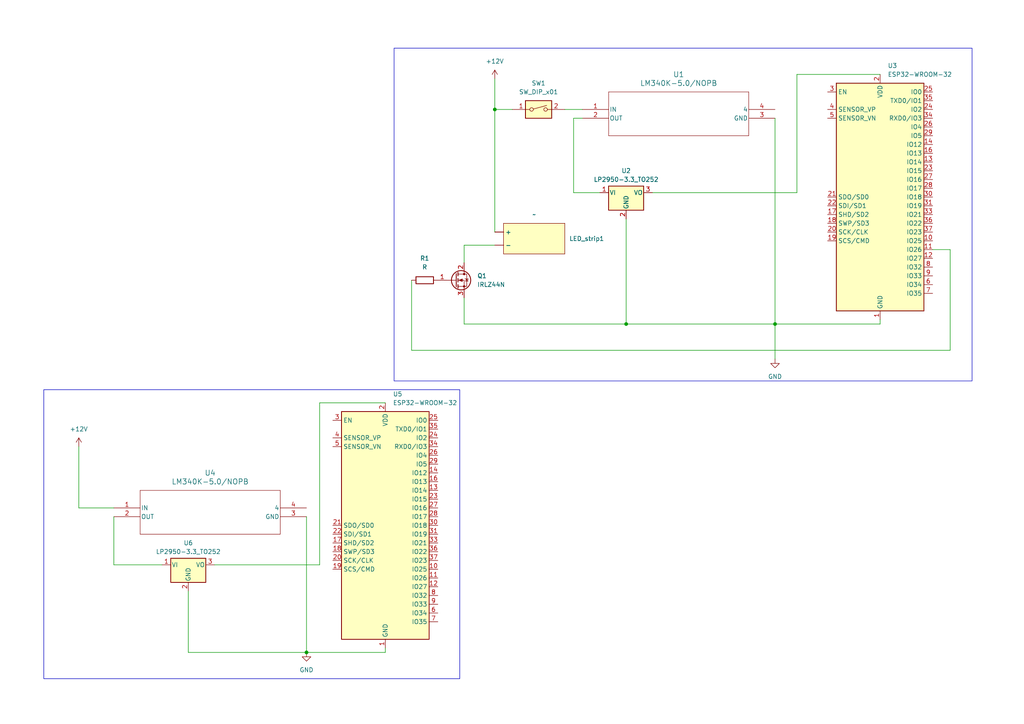
<source format=kicad_sch>
(kicad_sch (version 20230121) (generator eeschema)
  (paper "A4")
  (lib_symbols
    (symbol "Device:R" (pin_numbers hide) (pin_names (offset 0))
      (property "Reference" "R" (at 2.032 0 90))
      (property "Value" "R" (at 0 0 90))
      (symbol "R_0_1"
        (rectangle (start -1.016 -2.54) (end 1.016 2.54) (stroke (width 0.254)))
      )
      (symbol "R_1_1"
        (pin passive line (at 0 3.81 270) (length 1.27) (name "~") (number "1"))
        (pin passive line (at 0 -3.81 90) (length 1.27) (name "~") (number "2"))
      )
    )
    (symbol "LED_strip:LED_strip"
      (property "Reference" "LED_strip" (at 0 0 0))
      (symbol "LED_strip_1_1"
        (rectangle (start -8.89 -2.54) (end 8.89 -11.43) (fill (type background)))
        (pin input line (at -11.43 -5.08 0) (length 2.54) (name "+") (number ""))
        (pin passive line (at -11.43 -8.89 0) (length 2.54) (name "-") (number ""))
      )
    )
    (symbol "LM340K_5:LM340K-5.0_NOPB" (pin_names (offset 0.254))
      (property "Reference" "U" (at 27.94 10.16 0))
      (property "Value" "LM340K-5.0/NOPB" (at 27.94 7.62 0))
      (symbol "LM340K-5.0_NOPB_1_1"
        (polyline (pts (xy 7.62 -7.62) (xy 48.26 -7.62)) (stroke (width 0.127)))
        (polyline (pts (xy 7.62 5.08) (xy 7.62 -7.62)) (stroke (width 0.127)))
        (polyline (pts (xy 48.26 -7.62) (xy 48.26 5.08)) (stroke (width 0.127)))
        (polyline (pts (xy 48.26 5.08) (xy 7.62 5.08)) (stroke (width 0.127)))
        (pin power_in line (at 0 0 0) (length 7.62) (name "IN") (number "1"))
        (pin power_in line (at 0 -2.54 0) (length 7.62) (name "OUT") (number "2"))
        (pin power_in line (at 55.88 -2.54 180) (length 7.62) (name "GND") (number "3"))
        (pin unspecified line (at 55.88 0 180) (length 7.62) (name "4") (number "4"))
      )
    )
    (symbol "RF_Module:ESP32-WROOM-32"
      (property "Reference" "U" (at -12.7 34.29 0))
      (property "Value" "ESP32-WROOM-32" (at 1.27 34.29 0))
      (symbol "ESP32-WROOM-32_0_1"
        (rectangle (start -12.7 33.02) (end 12.7 -33.02) (stroke (width 0.254)) (fill (type background)))
      )
      (symbol "ESP32-WROOM-32_1_1"
        (pin power_in line (at 0 -35.56 90) (length 2.54) (name "GND") (number "1"))
        (pin bidirectional line (at 15.24 -12.7 180) (length 2.54) (name "IO25") (number "10"))
        (pin bidirectional line (at 15.24 -15.24 180) (length 2.54) (name "IO26") (number "11"))
        (pin bidirectional line (at 15.24 -17.78 180) (length 2.54) (name "IO27") (number "12"))
        (pin bidirectional line (at 15.24 10.16 180) (length 2.54) (name "IO14") (number "13"))
        (pin bidirectional line (at 15.24 15.24 180) (length 2.54) (name "IO12") (number "14"))
        (pin passive line (at 0 -35.56 90) (length 2.54) hide (name "GND") (number "15"))
        (pin bidirectional line (at 15.24 12.7 180) (length 2.54) (name "IO13") (number "16"))
        (pin bidirectional line (at -15.24 -5.08 0) (length 2.54) (name "SHD/SD2") (number "17"))
        (pin bidirectional line (at -15.24 -7.62 0) (length 2.54) (name "SWP/SD3") (number "18"))
        (pin bidirectional line (at -15.24 -12.7 0) (length 2.54) (name "SCS/CMD") (number "19"))
        (pin power_in line (at 0 35.56 270) (length 2.54) (name "VDD") (number "2"))
        (pin bidirectional line (at -15.24 -10.16 0) (length 2.54) (name "SCK/CLK") (number "20"))
        (pin bidirectional line (at -15.24 0 0) (length 2.54) (name "SDO/SD0") (number "21"))
        (pin bidirectional line (at -15.24 -2.54 0) (length 2.54) (name "SDI/SD1") (number "22"))
        (pin bidirectional line (at 15.24 7.62 180) (length 2.54) (name "IO15") (number "23"))
        (pin bidirectional line (at 15.24 25.4 180) (length 2.54) (name "IO2") (number "24"))
        (pin bidirectional line (at 15.24 30.48 180) (length 2.54) (name "IO0") (number "25"))
        (pin bidirectional line (at 15.24 20.32 180) (length 2.54) (name "IO4") (number "26"))
        (pin bidirectional line (at 15.24 5.08 180) (length 2.54) (name "IO16") (number "27"))
        (pin bidirectional line (at 15.24 2.54 180) (length 2.54) (name "IO17") (number "28"))
        (pin bidirectional line (at 15.24 17.78 180) (length 2.54) (name "IO5") (number "29"))
        (pin input line (at -15.24 30.48 0) (length 2.54) (name "EN") (number "3"))
        (pin bidirectional line (at 15.24 0 180) (length 2.54) (name "IO18") (number "30"))
        (pin bidirectional line (at 15.24 -2.54 180) (length 2.54) (name "IO19") (number "31"))
        (pin no_connect line (at -12.7 -27.94 0) (length 2.54) hide (name "NC") (number "32"))
        (pin bidirectional line (at 15.24 -5.08 180) (length 2.54) (name "IO21") (number "33"))
        (pin bidirectional line (at 15.24 22.86 180) (length 2.54) (name "RXD0/IO3") (number "34"))
        (pin bidirectional line (at 15.24 27.94 180) (length 2.54) (name "TXD0/IO1") (number "35"))
        (pin bidirectional line (at 15.24 -7.62 180) (length 2.54) (name "IO22") (number "36"))
        (pin bidirectional line (at 15.24 -10.16 180) (length 2.54) (name "IO23") (number "37"))
        (pin passive line (at 0 -35.56 90) (length 2.54) hide (name "GND") (number "38"))
        (pin passive line (at 0 -35.56 90) (length 2.54) hide (name "GND") (number "39"))
        (pin input line (at -15.24 25.4 0) (length 2.54) (name "SENSOR_VP") (number "4"))
        (pin input line (at -15.24 22.86 0) (length 2.54) (name "SENSOR_VN") (number "5"))
        (pin input line (at 15.24 -25.4 180) (length 2.54) (name "IO34") (number "6"))
        (pin input line (at 15.24 -27.94 180) (length 2.54) (name "IO35") (number "7"))
        (pin bidirectional line (at 15.24 -20.32 180) (length 2.54) (name "IO32") (number "8"))
        (pin bidirectional line (at 15.24 -22.86 180) (length 2.54) (name "IO33") (number "9"))
      )
    )
    (symbol "Regulator_Linear:LP2950-3.3_TO252" (pin_names (offset 0.254))
      (property "Reference" "U" (at -3.81 3.175 0))
      (property "Value" "LP2950-3.3_TO252" (at 0 3.175 0))
      (symbol "LP2950-3.3_TO252_0_1"
        (rectangle (start -5.08 1.905) (end 5.08 -5.08) (stroke (width 0.254)) (fill (type background)))
      )
      (symbol "LP2950-3.3_TO252_1_1"
        (pin power_in line (at -7.62 0 0) (length 2.54) (name "VI") (number "1"))
        (pin power_in line (at 0 -7.62 90) (length 2.54) (name "GND") (number "2"))
        (pin power_out line (at 7.62 0 180) (length 2.54) (name "VO") (number "3"))
      )
    )
    (symbol "Switch:SW_DIP_x01" (pin_names (offset 0) hide)
      (property "Reference" "SW" (at 0 3.81 0))
      (property "Value" "SW_DIP_x01" (at 0 -3.81 0))
      (symbol "SW_DIP_x01_0_0"
        (circle (center -2.032 0) (radius 0.508))
        (polyline (pts (xy -1.524 0.127) (xy 2.3622 1.1684)))
        (circle (center 2.032 0) (radius 0.508))
      )
      (symbol "SW_DIP_x01_0_1"
        (rectangle (start -3.81 2.54) (end 3.81 -2.54) (stroke (width 0.254)) (fill (type background)))
      )
      (symbol "SW_DIP_x01_1_1"
        (pin passive line (at -7.62 0 0) (length 5.08) (name "~") (number "1"))
        (pin passive line (at 7.62 0 180) (length 5.08) (name "~") (number "2"))
      )
    )
    (symbol "Transistor_FET:IRLZ44N" (pin_names hide)
      (property "Reference" "Q" (at 5.08 1.905 0))
      (property "Value" "IRLZ44N" (at 5.08 0 0))
      (symbol "IRLZ44N_0_1"
        (polyline (pts (xy 0.254 0) (xy -2.54 0)))
        (polyline (pts (xy 0.254 1.905) (xy 0.254 -1.905)) (stroke (width 0.254)))
        (polyline (pts (xy 0.762 -1.27) (xy 0.762 -2.286)) (stroke (width 0.254)))
        (polyline (pts (xy 0.762 0.508) (xy 0.762 -0.508)) (stroke (width 0.254)))
        (polyline (pts (xy 0.762 2.286) (xy 0.762 1.27)) (stroke (width 0.254)))
        (polyline (pts (xy 2.54 2.54) (xy 2.54 1.778)))
        (polyline (pts (xy 2.54 -2.54) (xy 2.54 0) (xy 0.762 0)))
        (polyline (pts (xy 0.762 -1.778) (xy 3.302 -1.778) (xy 3.302 1.778) (xy 0.762 1.778)))
        (polyline (pts (xy 1.016 0) (xy 2.032 0.381) (xy 2.032 -0.381) (xy 1.016 0)) (fill (type outline)))
        (polyline (pts (xy 2.794 0.508) (xy 2.921 0.381) (xy 3.683 0.381) (xy 3.81 0.254)))
        (polyline (pts (xy 3.302 0.381) (xy 2.921 -0.254) (xy 3.683 -0.254) (xy 3.302 0.381)))
        (circle (center 1.651 0) (radius 2.794) (stroke (width 0.254)))
        (circle (center 2.54 -1.778) (radius 0.254) (fill (type outline)))
        (circle (center 2.54 1.778) (radius 0.254) (fill (type outline)))
      )
      (symbol "IRLZ44N_1_1"
        (pin input line (at -5.08 0 0) (length 2.54) (name "G") (number "1"))
        (pin passive line (at 2.54 5.08 270) (length 2.54) (name "D") (number "2"))
        (pin passive line (at 2.54 -5.08 90) (length 2.54) (name "S") (number "3"))
      )
    )
    (symbol "power:+12V" (power) (pin_names (offset 0))
      (property "Value" "+12V" (at 0 3.556 0))
      (symbol "+12V_0_1"
        (polyline (pts (xy -0.762 1.27) (xy 0 2.54)))
        (polyline (pts (xy 0 0) (xy 0 2.54)))
        (polyline (pts (xy 0 2.54) (xy 0.762 1.27)))
      )
      (symbol "+12V_1_1"
        (pin power_in line (at 0 0 90) (length 0) hide (name "+12V") (number "1"))
      )
    )
    (symbol "power:GND" (power) (pin_names (offset 0))
      (property "Value" "GND" (at 0 -3.81 0))
      (symbol "GND_0_1"
        (polyline (pts (xy 0 0) (xy 0 -1.27) (xy 1.27 -1.27) (xy 0 -2.54) (xy -1.27 -1.27) (xy 0 -1.27)))
      )
      (symbol "GND_1_1"
        (pin power_in line (at 0 0 270) (length 0) hide (name "GND") (number "1"))
      )
    )
  )
  (junction (at 181.61 93.98))
  (junction (at 143.51 31.75))
  (junction (at 88.9 189.23))
  (junction (at 224.79 93.98))
  (wire (pts (xy 119.38 101.6) (xy 275.59 101.6)))
  (wire (pts (xy 181.61 93.98) (xy 224.79 93.98)))
  (wire (pts (xy 255.27 93.98) (xy 255.27 92.71)))
  (wire (pts (xy 224.79 93.98) (xy 255.27 93.98)))
  (wire (pts (xy 181.61 63.5) (xy 181.61 93.98)))
  (wire (pts (xy 224.79 104.14) (xy 224.79 93.98)))
  (wire (pts (xy 275.59 101.6) (xy 275.59 72.39)))
  (wire (pts (xy 134.62 71.12) (xy 143.51 71.12)))
  (wire (pts (xy 168.91 34.29) (xy 166.37 34.29)))
  (wire (pts (xy 166.37 55.88) (xy 173.99 55.88)))
  (wire (pts (xy 134.62 76.2) (xy 134.62 71.12)))
  (wire (pts (xy 54.61 189.23) (xy 88.9 189.23)))
  (wire (pts (xy 22.86 129.54) (xy 22.86 147.32)))
  (wire (pts (xy 62.23 163.83) (xy 92.71 163.83)))
  (wire (pts (xy 231.14 55.88) (xy 189.23 55.88)))
  (wire (pts (xy 111.76 189.23) (xy 111.76 187.96)))
  (wire (pts (xy 134.62 86.36) (xy 134.62 93.98)))
  (wire (pts (xy 88.9 149.86) (xy 88.9 189.23)))
  (wire (pts (xy 143.51 31.75) (xy 143.51 67.31)))
  (wire (pts (xy 143.51 22.86) (xy 143.51 31.75)))
  (wire (pts (xy 22.86 147.32) (xy 33.02 147.32)))
  (wire (pts (xy 92.71 116.84) (xy 111.76 116.84)))
  (wire (pts (xy 92.71 163.83) (xy 92.71 116.84)))
  (wire (pts (xy 275.59 72.39) (xy 270.51 72.39)))
  (wire (pts (xy 134.62 93.98) (xy 181.61 93.98)))
  (wire (pts (xy 33.02 163.83) (xy 46.99 163.83)))
  (wire (pts (xy 119.38 81.28) (xy 119.38 101.6)))
  (wire (pts (xy 163.83 31.75) (xy 168.91 31.75)))
  (wire (pts (xy 54.61 171.45) (xy 54.61 189.23)))
  (wire (pts (xy 166.37 34.29) (xy 166.37 55.88)))
  (wire (pts (xy 33.02 149.86) (xy 33.02 163.83)))
  (wire (pts (xy 111.76 189.23) (xy 88.9 189.23)))
  (wire (pts (xy 255.27 21.59) (xy 231.14 21.59)))
  (wire (pts (xy 224.79 34.29) (xy 224.79 93.98)))
  (wire (pts (xy 143.51 31.75) (xy 148.59 31.75)))
  (wire (pts (xy 231.14 21.59) (xy 231.14 55.88)))
  (rectangle (start 12.7 113.03) (end 133.35 196.85))
  (rectangle (start 114.3 13.97) (end 281.94 110.49))
  (symbol (lib_id "power:GND") (at 88.9 189.23 0) (unit 1)
    (property "Reference" "#PWR04" (effects hide))
    (property "Value" "GND" (at 88.9 194.31 0))
  )
  (symbol (lib_id "LED_strip:LED_strip") (at 154.94 62.23 0) (unit 1)
    (property "Reference" "LED_strip1" (at 165.1 69.215 0) (effects (justify left)))
    (property "Value" "~" (at 154.94 62.23 0))
  )
  (symbol (lib_id "Device:R") (at 123.19 81.28 90) (unit 1)
    (property "Reference" "R1" (at 123.19 74.93 90))
    (property "Value" "R" (at 123.19 77.47 90))
  )
  (symbol (lib_id "RF_Module:ESP32-WROOM-32") (at 255.27 57.15 0) (unit 1)
    (property "Reference" "U3" (at 257.4641 19.05 0) (effects (justify left)))
    (property "Value" "ESP32-WROOM-32" (at 257.4641 21.59 0) (effects (justify left)))
    (property "Footprint" "RF_Module:ESP32-WROOM-32" (effects hide))
    (property "Datasheet" "https://www.espressif.com/sites/default/files/documentation/esp32-wroom-32_datasheet_en.pdf" (effects hide))
  )
  (symbol (lib_id "power:+12V") (at 22.86 129.54 0) (unit 1)
    (property "Reference" "#PWR03" (effects hide))
    (property "Value" "+12V" (at 22.86 124.46 0))
  )
  (symbol (lib_id "Regulator_Linear:LP2950-3.3_TO252") (at 54.61 163.83 0) (unit 1)
    (property "Reference" "U6" (at 54.61 157.48 0))
    (property "Value" "LP2950-3.3_TO252" (at 54.61 160.02 0))
    (property "Footprint" "Package_TO_SOT_SMD:TO-252-2" (effects hide))
    (property "Datasheet" "http://www.ti.com/lit/ds/symlink/lp2950.pdf" (effects hide))
  )
  (symbol (lib_id "Transistor_FET:IRLZ44N") (at 132.08 81.28 0) (unit 1)
    (property "Reference" "Q1" (at 138.43 80.01 0) (effects (justify left)))
    (property "Value" "IRLZ44N" (at 138.43 82.55 0) (effects (justify left)))
    (property "Footprint" "Package_TO_SOT_THT:TO-220-3_Vertical" (effects hide))
    (property "Datasheet" "http://www.irf.com/product-info/datasheets/data/irlz44n.pdf" (effects hide))
  )
  (symbol (lib_id "LM340K_5:LM340K-5.0_NOPB") (at 168.91 31.75 0) (unit 1)
    (property "Reference" "U1" (at 196.85 21.59 0) (effects (font (size 1.524 1.524))))
    (property "Value" "LM340K-5.0/NOPB" (at 196.85 24.13 0) (effects (font (size 1.524 1.524))))
    (property "Footprint" "K02A_TEX" (effects hide))
    (property "Datasheet" "LM340K-5.0/NOPB" (effects hide))
  )
  (symbol (lib_id "RF_Module:ESP32-WROOM-32") (at 111.76 152.4 0) (unit 1)
    (property "Reference" "U5" (at 113.9541 114.3 0) (effects (justify left)))
    (property "Value" "ESP32-WROOM-32" (at 113.9541 116.84 0) (effects (justify left)))
    (property "Footprint" "RF_Module:ESP32-WROOM-32" (effects hide))
    (property "Datasheet" "https://www.espressif.com/sites/default/files/documentation/esp32-wroom-32_datasheet_en.pdf" (effects hide))
  )
  (symbol (lib_id "Switch:SW_DIP_x01") (at 156.21 31.75 0) (unit 1)
    (property "Reference" "SW1" (at 156.21 24.13 0))
    (property "Value" "SW_DIP_x01" (at 156.21 26.67 0))
  )
  (symbol (lib_id "power:+12V") (at 143.51 22.86 0) (unit 1)
    (property "Reference" "#PWR01" (effects hide))
    (property "Value" "+12V" (at 143.51 17.78 0))
  )
  (symbol (lib_id "power:GND") (at 224.79 104.14 0) (unit 1)
    (property "Reference" "#PWR02" (effects hide))
    (property "Value" "GND" (at 224.79 109.22 0))
  )
  (symbol (lib_id "Regulator_Linear:LP2950-3.3_TO252") (at 181.61 55.88 0) (unit 1)
    (property "Reference" "U2" (at 181.61 49.53 0))
    (property "Value" "LP2950-3.3_TO252" (at 181.61 52.07 0))
    (property "Footprint" "Package_TO_SOT_SMD:TO-252-2" (effects hide))
    (property "Datasheet" "http://www.ti.com/lit/ds/symlink/lp2950.pdf" (effects hide))
  )
  (symbol (lib_id "LM340K_5:LM340K-5.0_NOPB") (at 33.02 147.32 0) (unit 1)
    (property "Reference" "U4" (at 60.96 137.16 0) (effects (font (size 1.524 1.524))))
    (property "Value" "LM340K-5.0/NOPB" (at 60.96 139.7 0) (effects (font (size 1.524 1.524))))
    (property "Footprint" "K02A_TEX" (effects hide))
    (property "Datasheet" "LM340K-5.0/NOPB" (effects hide))
  )
)
</source>
